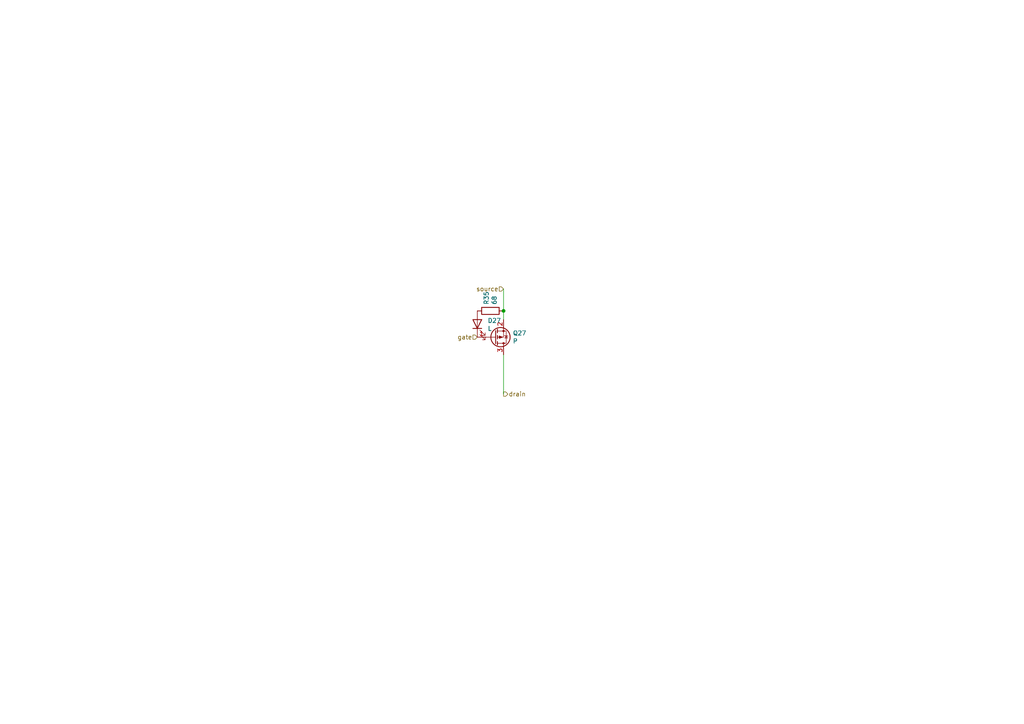
<source format=kicad_sch>
(kicad_sch (version 20210621) (generator eeschema)
  (paper "A4")
  (lib_symbols
    (symbol "Device:LED" (pin_numbers hide) (pin_names (offset 1.016) hide)
      (property "Reference" "D" (at 0 2.54 0))
      (property "Value" "LED" (at 0 -2.54 0))
      (symbol "LED_0_1"
        (polyline (pts (xy -1.27 -1.27) (xy -1.27 1.27)) (stroke (width 0.254)))
        (polyline (pts (xy -1.27 0) (xy 1.27 0)))
        (polyline (pts (xy 1.27 -1.27) (xy 1.27 1.27) (xy -1.27 0) (xy 1.27 -1.27)) (stroke (width 0.254)))
        (polyline (pts (xy -3.048 -0.762) (xy -4.572 -2.286) (xy -3.81 -2.286) (xy -4.572 -2.286) (xy -4.572 -1.524)))
        (polyline (pts (xy -1.778 -0.762) (xy -3.302 -2.286) (xy -2.54 -2.286) (xy -3.302 -2.286) (xy -3.302 -1.524)))
      )
      (symbol "LED_1_1"
        (pin passive line (at -3.81 0 0) (length 2.54) (name "K") (number "1"))
        (pin passive line (at 3.81 0 180) (length 2.54) (name "A") (number "2"))
      )
    )
    (symbol "Device:Q_PMOS_GSD" (pin_names (offset 0) hide)
      (property "Reference" "Q" (at 5.08 1.27 0))
      (property "Value" "Q_PMOS_GSD" (at 5.08 -1.27 0))
      (symbol "Q_PMOS_GSD_0_1"
        (polyline (pts (xy 0.254 0) (xy -2.54 0)))
        (polyline (pts (xy 0.254 1.905) (xy 0.254 -1.905)) (stroke (width 0.254)))
        (polyline (pts (xy 0.762 -1.27) (xy 0.762 -2.286)) (stroke (width 0.254)))
        (polyline (pts (xy 0.762 0.508) (xy 0.762 -0.508)) (stroke (width 0.254)))
        (polyline (pts (xy 0.762 2.286) (xy 0.762 1.27)) (stroke (width 0.254)))
        (polyline (pts (xy 2.54 2.54) (xy 2.54 1.778)))
        (polyline (pts (xy 2.54 -2.54) (xy 2.54 0) (xy 0.762 0)))
        (polyline (pts (xy 0.762 1.778) (xy 3.302 1.778) (xy 3.302 -1.778) (xy 0.762 -1.778)))
        (polyline (pts (xy 2.286 0) (xy 1.27 0.381) (xy 1.27 -0.381) (xy 2.286 0)) (fill (type outline)))
        (polyline (pts (xy 2.794 -0.508) (xy 2.921 -0.381) (xy 3.683 -0.381) (xy 3.81 -0.254)))
        (polyline (pts (xy 3.302 -0.381) (xy 2.921 0.254) (xy 3.683 0.254) (xy 3.302 -0.381)))
        (circle (center 1.651 0) (radius 2.794) (stroke (width 0.254)))
        (circle (center 2.54 -1.778) (radius 0.254) (fill (type outline)))
        (circle (center 2.54 1.778) (radius 0.254) (fill (type outline)))
      )
      (symbol "Q_PMOS_GSD_1_1"
        (pin input line (at -5.08 0 0) (length 2.54) (name "G") (number "1"))
        (pin passive line (at 2.54 -5.08 90) (length 2.54) (name "S") (number "2"))
        (pin passive line (at 2.54 5.08 270) (length 2.54) (name "D") (number "3"))
      )
    )
    (symbol "Device:R" (pin_numbers hide) (pin_names (offset 0))
      (property "Reference" "R" (at 2.032 0 90))
      (property "Value" "R" (at 0 0 90))
      (symbol "R_0_1"
        (rectangle (start -1.016 -2.54) (end 1.016 2.54) (stroke (width 0.254)))
      )
      (symbol "R_1_1"
        (pin passive line (at 0 3.81 270) (length 1.27) (name "~") (number "1"))
        (pin passive line (at 0 -3.81 90) (length 1.27) (name "~") (number "2"))
      )
    )
  )
  (junction (at 146.05 90.17))
  (wire (pts (xy 146.05 92.71) (xy 146.05 90.17)))
  (wire (pts (xy 146.05 90.17) (xy 146.05 83.82)))
  (wire (pts (xy 146.05 114.3) (xy 146.05 102.87)))
  (hierarchical_label "drain" (shape output) (at 146.05 114.3 0))
  (hierarchical_label "gate" (shape input) (at 138.43 97.79 180))
  (hierarchical_label "source" (shape input) (at 146.05 83.82 180))
  (symbol (lib_id "Device:LED") (at 138.43 93.98 90)
    (property "Reference" "D27" (at 141.4272 92.9894 90) (effects (justify right)))
    (property "Value" "L" (at 141.4272 95.3008 90) (effects (justify right)))
    (property "Footprint" "LED_SMD:LED_0402_1005Metric" (effects hide))
  )
  (symbol (lib_id "Device:R") (at 142.24 90.17 90)
    (property "Reference" "R35" (at 141.0716 88.392 0) (effects (justify left)))
    (property "Value" "68" (at 143.383 88.392 0) (effects (justify left)))
    (property "Footprint" "Resistor_SMD:R_0402_1005Metric" (effects hide))
  )
  (symbol (lib_id "Device:Q_PMOS_GSD") (at 143.51 97.79 0) (mirror x)
    (property "Reference" "Q27" (at 148.717 96.6216 0) (effects (justify left)))
    (property "Value" "P" (at 148.717 98.933 0) (effects (justify left)))
    (property "Footprint" "Package_TO_SOT_SMD:SOT-523" (effects hide))
  )
)
</source>
